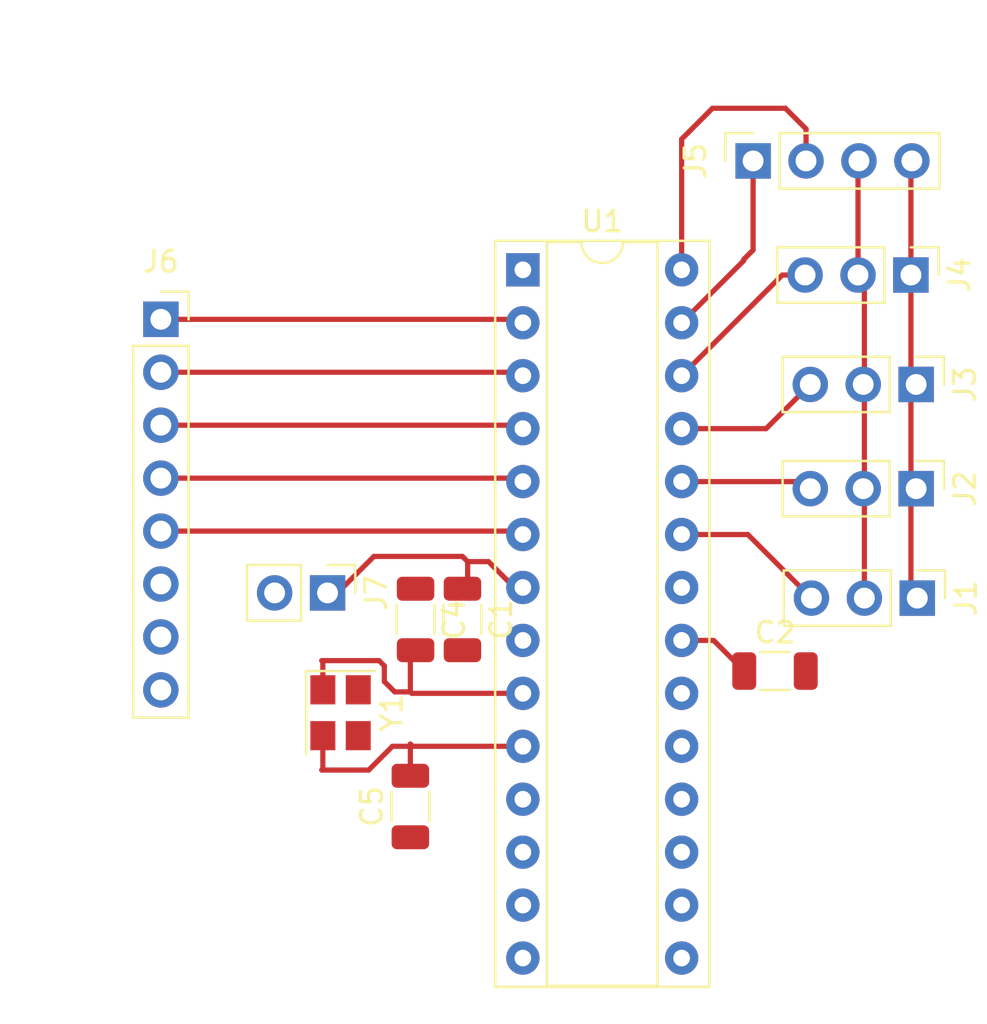
<source format=kicad_pcb>
(kicad_pcb (version 20211014) (generator pcbnew)
  (layers (0 "F.Cu" signal) (31 "B.Cu" signal) (34 "B.Paste" user) (35 "F.Paste" user) (36 "B.SilkS" user "B.Silkscreen") (37 "F.SilkS" user "F.Silkscreen") (38 "B.Mask" user) (39 "F.Mask" user) (44 "Edge.Cuts" user))
  (net 0 "")
  (net 1 "VCC")
  (net 2 "GND")
  (net 3 "Net-(C2-Pad1)")
  (net 4 "Net-(C4-Pad2)")
  (net 5 "Net-(C5-Pad2)")
  (net 6 "Net-(J1-Pad3)")
  (net 7 "Net-(J2-Pad3)")
  (net 8 "Net-(J3-Pad3)")
  (net 9 "Net-(J4-Pad3)")
  (net 10 "Net-(J5-Pad1)")
  (net 11 "Net-(J5-Pad2)")
  (net 12 "Net-(J6-Pad1)")
  (net 13 "Net-(J6-Pad2)")
  (net 14 "Net-(J6-Pad3)")
  (net 15 "Net-(J6-Pad4)")
  (net 16 "Net-(J6-Pad5)")
  (net 17 "Net-(J6-Pad6)")
  (net 18 "Net-(J6-Pad7)")
  (net 19 "Net-(J6-Pad8)")
  (footprint "Connector_PinHeader_2.54mm:PinHeader_1x02_P2.54mm_Vertical" (layer "F.Cu") (at 113.775 95.75 -90)
    (fp_text reference "J7" (at 0 -2.33 90) (layer "F.SilkS"))
    (fp_text value "Conn_01x02_Female")
    (fp_line (start -1.33 1.27) (end -1.33 3.87) (layer "F.SilkS") (width 0.12))
    (fp_line (start -1.33 3.87) (end 1.33 3.87) (layer "F.SilkS") (width 0.12))
    (fp_line (start -1.33 0) (end -1.33 -1.33) (layer "F.SilkS") (width 0.12))
    (fp_line (start -1.33 1.27) (end 1.33 1.27) (layer "F.SilkS") (width 0.12))
    (fp_line (start -1.33 -1.33) (end 0 -1.33) (layer "F.SilkS") (width 0.12))
    (fp_line (start 1.33 1.27) (end 1.33 3.87) (layer "F.SilkS") (width 0.12))
    (pad "1" thru_hole rect (at 0 0 270) (size 1.7 1.7) (drill 1) (layers *.Cu *.Mask) (net 1 "VCC"))
    (pad "2" thru_hole oval (at 0 2.54 270) (size 1.7 1.7) (drill 1) (layers *.Cu *.Mask) (net 2 "GND"))
  )
  (footprint "Connector_PinSocket_2.54mm:PinSocket_1x04_P2.54mm_Vertical" (layer "F.Cu") (at 134.2 75.025 90)
    (fp_text reference "J5" (at 0 -2.77 90) (layer "F.SilkS"))
    (fp_text value "Conn_01x04_Female")
    (fp_line (start 1.33 -1.33) (end 1.33 0) (layer "F.SilkS") (width 0.12))
    (fp_line (start -1.33 8.95) (end 1.33 8.95) (layer "F.SilkS") (width 0.12))
    (fp_line (start -1.33 1.27) (end 1.33 1.27) (layer "F.SilkS") (width 0.12))
    (fp_line (start -1.33 1.27) (end -1.33 8.95) (layer "F.SilkS") (width 0.12))
    (fp_line (start 1.33 1.27) (end 1.33 8.95) (layer "F.SilkS") (width 0.12))
    (fp_line (start 0 -1.33) (end 1.33 -1.33) (layer "F.SilkS") (width 0.12))
    (pad "1" thru_hole rect (at 0 0 90) (size 1.7 1.7) (drill 1) (layers *.Cu *.Mask) (net 10 "Net-(J5-Pad1)"))
    (pad "2" thru_hole oval (at 0 2.54 90) (size 1.7 1.7) (drill 1) (layers *.Cu *.Mask) (net 11 "Net-(J5-Pad2)"))
    (pad "3" thru_hole oval (at 0 5.08 90) (size 1.7 1.7) (drill 1) (layers *.Cu *.Mask) (net 1 "VCC"))
    (pad "4" thru_hole oval (at 0 7.62 90) (size 1.7 1.7) (drill 1) (layers *.Cu *.Mask) (net 2 "GND"))
  )
  (footprint "Crystal:Crystal_SMD_3225-4Pin_3.2x2.5mm" (layer "F.Cu") (at 114.4 101.5 -90)
    (fp_text reference "Y1" (at 0 -2.45 90) (layer "F.SilkS"))
    (fp_text value "16MHz")
    (fp_line (start -2 -1.65) (end -2 1.65) (layer "F.SilkS") (width 0.12))
    (fp_line (start -2 1.65) (end 2 1.65) (layer "F.SilkS") (width 0.12))
    (pad "1" smd rect (at -1.1 0.85 270) (size 1.4 1.2) (layers "F.Cu" "F.Paste" "F.Mask") (net 4 "Net-(C4-Pad2)"))
    (pad "2" smd rect (at 1.1 0.85 270) (size 1.4 1.2) (layers "F.Cu" "F.Paste" "F.Mask") (net 5 "Net-(C5-Pad2)"))
    (pad "3" smd rect (at 1.1 -0.85 270) (size 1.4 1.2) (layers "F.Cu" "F.Paste" "F.Mask"))
    (pad "4" smd rect (at -1.1 -0.85 270) (size 1.4 1.2) (layers "F.Cu" "F.Paste" "F.Mask"))
  )
  (footprint "Connector_PinHeader_2.54mm:PinHeader_1x03_P2.54mm_Vertical" (layer "F.Cu") (at 142.08 96 -90)
    (fp_text reference "J1" (at 0 -2.33 90) (layer "F.SilkS"))
    (fp_text value "Conn_01x03_Male")
    (fp_line (start -1.33 -1.33) (end 0 -1.33) (layer "F.SilkS") (width 0.12))
    (fp_line (start 1.33 1.27) (end 1.33 6.41) (layer "F.SilkS") (width 0.12))
    (fp_line (start -1.33 6.41) (end 1.33 6.41) (layer "F.SilkS") (width 0.12))
    (fp_line (start -1.33 1.27) (end 1.33 1.27) (layer "F.SilkS") (width 0.12))
    (fp_line (start -1.33 1.27) (end -1.33 6.41) (layer "F.SilkS") (width 0.12))
    (fp_line (start -1.33 0) (end -1.33 -1.33) (layer "F.SilkS") (width 0.12))
    (pad "1" thru_hole rect (at 0 0 270) (size 1.7 1.7) (drill 1) (layers *.Cu *.Mask) (net 2 "GND"))
    (pad "2" thru_hole oval (at 0 2.54 270) (size 1.7 1.7) (drill 1) (layers *.Cu *.Mask) (net 1 "VCC"))
    (pad "3" thru_hole oval (at 0 5.08 270) (size 1.7 1.7) (drill 1) (layers *.Cu *.Mask) (net 6 "Net-(J1-Pad3)"))
  )
  (footprint "Package_DIP:DIP-28_W7.62mm_Socket" (layer "F.Cu") (at 123.15 80.25)
    (fp_text reference "U1" (at 3.81 -2.33) (layer "F.SilkS"))
    (fp_text value "ATmega328-P")
    (fp_line (start 1.16 34.35) (end 6.46 34.35) (layer "F.SilkS") (width 0.12))
    (fp_line (start 6.46 -1.33) (end 4.81 -1.33) (layer "F.SilkS") (width 0.12))
    (fp_line (start -1.33 34.41) (end 8.95 34.41) (layer "F.SilkS") (width 0.12))
    (fp_line (start 8.95 34.41) (end 8.95 -1.39) (layer "F.SilkS") (width 0.12))
    (fp_line (start 2.81 -1.33) (end 1.16 -1.33) (layer "F.SilkS") (width 0.12))
    (fp_line (start -1.33 -1.39) (end -1.33 34.41) (layer "F.SilkS") (width 0.12))
    (fp_line (start 1.16 -1.33) (end 1.16 34.35) (layer "F.SilkS") (width 0.12))
    (fp_line (start 8.95 -1.39) (end -1.33 -1.39) (layer "F.SilkS") (width 0.12))
    (fp_line (start 6.46 34.35) (end 6.46 -1.33) (layer "F.SilkS") (width 0.12))
    (fp_arc (start 4.81 -1.33) (mid 3.81 -0.33) (end 2.81 -1.33) (layer "F.SilkS") (width 0.12))
    (pad "1" thru_hole rect (at 0 0) (size 1.6 1.6) (drill 0.8) (layers *.Cu *.Mask))
    (pad "2" thru_hole oval (at 0 2.54) (size 1.6 1.6) (drill 0.8) (layers *.Cu *.Mask) (net 12 "Net-(J6-Pad1)"))
    (pad "3" thru_hole oval (at 0 5.08) (size 1.6 1.6) (drill 0.8) (layers *.Cu *.Mask) (net 13 "Net-(J6-Pad2)"))
    (pad "4" thru_hole oval (at 0 7.62) (size 1.6 1.6) (drill 0.8) (layers *.Cu *.Mask) (net 14 "Net-(J6-Pad3)"))
    (pad "5" thru_hole oval (at 0 10.16) (size 1.6 1.6) (drill 0.8) (layers *.Cu *.Mask) (net 15 "Net-(J6-Pad4)"))
    (pad "6" thru_hole oval (at 0 12.7) (size 1.6 1.6) (drill 0.8) (layers *.Cu *.Mask) (net 16 "Net-(J6-Pad5)"))
    (pad "7" thru_hole oval (at 0 15.24) (size 1.6 1.6) (drill 0.8) (layers *.Cu *.Mask) (net 1 "VCC"))
    (pad "8" thru_hole oval (at 0 17.78) (size 1.6 1.6) (drill 0.8) (layers *.Cu *.Mask) (net 2 "GND"))
    (pad "9" thru_hole oval (at 0 20.32) (size 1.6 1.6) (drill 0.8) (layers *.Cu *.Mask) (net 4 "Net-(C4-Pad2)"))
    (pad "10" thru_hole oval (at 0 22.86) (size 1.6 1.6) (drill 0.8) (layers *.Cu *.Mask) (net 5 "Net-(C5-Pad2)"))
    (pad "11" thru_hole oval (at 0 25.4) (size 1.6 1.6) (drill 0.8) (layers *.Cu *.Mask) (net 17 "Net-(J6-Pad6)"))
    (pad "12" thru_hole oval (at 0 27.94) (size 1.6 1.6) (drill 0.8) (layers *.Cu *.Mask) (net 18 "Net-(J6-Pad7)"))
    (pad "13" thru_hole oval (at 0 30.48) (size 1.6 1.6) (drill 0.8) (layers *.Cu *.Mask) (net 19 "Net-(J6-Pad8)"))
    (pad "14" thru_hole oval (at 0 33.02) (size 1.6 1.6) (drill 0.8) (layers *.Cu *.Mask))
    (pad "15" thru_hole oval (at 7.62 33.02) (size 1.6 1.6) (drill 0.8) (layers *.Cu *.Mask))
    (pad "16" thru_hole oval (at 7.62 30.48) (size 1.6 1.6) (drill 0.8) (layers *.Cu *.Mask))
    (pad "17" thru_hole oval (at 7.62 27.94) (size 1.6 1.6) (drill 0.8) (layers *.Cu *.Mask))
    (pad "18" thru_hole oval (at 7.62 25.4) (size 1.6 1.6) (drill 0.8) (layers *.Cu *.Mask))
    (pad "19" thru_hole oval (at 7.62 22.86) (size 1.6 1.6) (drill 0.8) (layers *.Cu *.Mask))
    (pad "20" thru_hole oval (at 7.62 20.32) (size 1.6 1.6) (drill 0.8) (layers *.Cu *.Mask) (net 1 "VCC"))
    (pad "21" thru_hole oval (at 7.62 17.78) (size 1.6 1.6) (drill 0.8) (layers *.Cu *.Mask) (net 3 "Net-(C2-Pad1)"))
    (pad "22" thru_hole oval (at 7.62 15.24) (size 1.6 1.6) (drill 0.8) (layers *.Cu *.Mask) (net 2 "GND"))
    (pad "23" thru_hole oval (at 7.62 12.7) (size 1.6 1.6) (drill 0.8) (layers *.Cu *.Mask) (net 6 "Net-(J1-Pad3)"))
    (pad "24" thru_hole oval (at 7.62 10.16) (size 1.6 1.6) (drill 0.8) (layers *.Cu *.Mask) (net 7 "Net-(J2-Pad3)"))
    (pad "25" thru_hole oval (at 7.62 7.62) (size 1.6 1.6) (drill 0.8) (layers *.Cu *.Mask) (net 8 "Net-(J3-Pad3)"))
    (pad "26" thru_hole oval (at 7.62 5.08) (size 1.6 1.6) (drill 0.8) (layers *.Cu *.Mask) (net 9 "Net-(J4-Pad3)"))
    (pad "27" thru_hole oval (at 7.62 2.54) (size 1.6 1.6) (drill 0.8) (layers *.Cu *.Mask) (net 10 "Net-(J5-Pad1)"))
    (pad "28" thru_hole oval (at 7.62 0) (size 1.6 1.6) (drill 0.8) (layers *.Cu *.Mask) (net 11 "Net-(J5-Pad2)"))
  )
  (footprint "Capacitor_SMD:C_1206_3216Metric" (layer "F.Cu") (at 135.25 99.5)
    (fp_text reference "C2" (at 0 -1.85) (layer "F.SilkS"))
    (fp_text value "0.1uF")
    (fp_line (start -0.711252 -0.91) (end 0.711252 -0.91) (layer "F.SilkS") (width 0.12))
    (fp_line (start -0.711252 0.91) (end 0.711252 0.91) (layer "F.SilkS") (width 0.12))
    (pad "1" smd roundrect (at -1.475 0) (size 1.15 1.8) (layers "F.Cu" "F.Paste" "F.Mask") (roundrect_rratio 0.217391) (net 3 "Net-(C2-Pad1)"))
    (pad "2" smd roundrect (at 1.475 0) (size 1.15 1.8) (layers "F.Cu" "F.Paste" "F.Mask") (roundrect_rratio 0.217391) (net 2 "GND"))
  )
  (footprint "Capacitor_SMD:C_1206_3216Metric" (layer "F.Cu") (at 118 97.025 -90)
    (fp_text reference "C4" (at 0 -1.85 90) (layer "F.SilkS"))
    (fp_text value "22pF")
    (fp_line (start -0.711252 -0.91) (end 0.711252 -0.91) (layer "F.SilkS") (width 0.12))
    (fp_line (start -0.711252 0.91) (end 0.711252 0.91) (layer "F.SilkS") (width 0.12))
    (pad "1" smd roundrect (at -1.475 0 270) (size 1.15 1.8) (layers "F.Cu" "F.Paste" "F.Mask") (roundrect_rratio 0.217391) (net 2 "GND"))
    (pad "2" smd roundrect (at 1.475 0 270) (size 1.15 1.8) (layers "F.Cu" "F.Paste" "F.Mask") (roundrect_rratio 0.217391) (net 4 "Net-(C4-Pad2)"))
  )
  (footprint "Connector_PinHeader_2.54mm:PinHeader_1x03_P2.54mm_Vertical" (layer "F.Cu") (at 141.775 80.5 -90)
    (fp_text reference "J4" (at 0 -2.33 90) (layer "F.SilkS"))
    (fp_text value "Conn_01x03_Male")
    (fp_line (start -1.33 1.27) (end 1.33 1.27) (layer "F.SilkS") (width 0.12))
    (fp_line (start -1.33 6.41) (end 1.33 6.41) (layer "F.SilkS") (width 0.12))
    (fp_line (start -1.33 1.27) (end -1.33 6.41) (layer "F.SilkS") (width 0.12))
    (fp_line (start -1.33 -1.33) (end 0 -1.33) (layer "F.SilkS") (width 0.12))
    (fp_line (start 1.33 1.27) (end 1.33 6.41) (layer "F.SilkS") (width 0.12))
    (fp_line (start -1.33 0) (end -1.33 -1.33) (layer "F.SilkS") (width 0.12))
    (pad "1" thru_hole rect (at 0 0 270) (size 1.7 1.7) (drill 1) (layers *.Cu *.Mask) (net 2 "GND"))
    (pad "2" thru_hole oval (at 0 2.54 270) (size 1.7 1.7) (drill 1) (layers *.Cu *.Mask) (net 1 "VCC"))
    (pad "3" thru_hole oval (at 0 5.08 270) (size 1.7 1.7) (drill 1) (layers *.Cu *.Mask) (net 9 "Net-(J4-Pad3)"))
  )
  (footprint "Connector_PinSocket_2.54mm:PinSocket_1x08_P2.54mm_Vertical" (layer "F.Cu") (at 105.775 82.625)
    (fp_text reference "J6" (at 0 -2.77) (layer "F.SilkS"))
    (fp_text value "Conn_01x08_Female")
    (fp_line (start 1.33 -1.33) (end 1.33 0) (layer "F.SilkS") (width 0.12))
    (fp_line (start -1.33 1.27) (end 1.33 1.27) (layer "F.SilkS") (width 0.12))
    (fp_line (start 0 -1.33) (end 1.33 -1.33) (layer "F.SilkS") (width 0.12))
    (fp_line (start 1.33 1.27) (end 1.33 19.11) (layer "F.SilkS") (width 0.12))
    (fp_line (start -1.33 1.27) (end -1.33 19.11) (layer "F.SilkS") (width 0.12))
    (fp_line (start -1.33 19.11) (end 1.33 19.11) (layer "F.SilkS") (width 0.12))
    (pad "1" thru_hole rect (at 0 0) (size 1.7 1.7) (drill 1) (layers *.Cu *.Mask) (net 12 "Net-(J6-Pad1)"))
    (pad "2" thru_hole oval (at 0 2.54) (size 1.7 1.7) (drill 1) (layers *.Cu *.Mask) (net 13 "Net-(J6-Pad2)"))
    (pad "3" thru_hole oval (at 0 5.08) (size 1.7 1.7) (drill 1) (layers *.Cu *.Mask) (net 14 "Net-(J6-Pad3)"))
    (pad "4" thru_hole oval (at 0 7.62) (size 1.7 1.7) (drill 1) (layers *.Cu *.Mask) (net 15 "Net-(J6-Pad4)"))
    (pad "5" thru_hole oval (at 0 10.16) (size 1.7 1.7) (drill 1) (layers *.Cu *.Mask) (net 16 "Net-(J6-Pad5)"))
    (pad "6" thru_hole oval (at 0 12.7) (size 1.7 1.7) (drill 1) (layers *.Cu *.Mask) (net 17 "Net-(J6-Pad6)"))
    (pad "7" thru_hole oval (at 0 15.24) (size 1.7 1.7) (drill 1) (layers *.Cu *.Mask) (net 18 "Net-(J6-Pad7)"))
    (pad "8" thru_hole oval (at 0 17.78) (size 1.7 1.7) (drill 1) (layers *.Cu *.Mask) (net 19 "Net-(J6-Pad8)"))
  )
  (footprint "Capacitor_SMD:C_1206_3216Metric" (layer "F.Cu") (at 117.75 106 90)
    (fp_text reference "C5" (at 0 -1.85 90) (layer "F.SilkS"))
    (fp_text value "22pF")
    (fp_line (start -0.711252 0.91) (end 0.711252 0.91) (layer "F.SilkS") (width 0.12))
    (fp_line (start -0.711252 -0.91) (end 0.711252 -0.91) (layer "F.SilkS") (width 0.12))
    (pad "1" smd roundrect (at -1.475 0 90) (size 1.15 1.8) (layers "F.Cu" "F.Paste" "F.Mask") (roundrect_rratio 0.217391) (net 2 "GND"))
    (pad "2" smd roundrect (at 1.475 0 90) (size 1.15 1.8) (layers "F.Cu" "F.Paste" "F.Mask") (roundrect_rratio 0.217391) (net 5 "Net-(C5-Pad2)"))
  )
  (footprint "Capacitor_SMD:C_1206_3216Metric" (layer "F.Cu") (at 120.25 97.025 -90)
    (fp_text reference "C1" (at 0 -1.85 90) (layer "F.SilkS"))
    (fp_text value "0.1uF")
    (fp_line (start -0.711252 -0.91) (end 0.711252 -0.91) (layer "F.SilkS") (width 0.12))
    (fp_line (start -0.711252 0.91) (end 0.711252 0.91) (layer "F.SilkS") (width 0.12))
    (pad "1" smd roundrect (at -1.475 0 270) (size 1.15 1.8) (layers "F.Cu" "F.Paste" "F.Mask") (roundrect_rratio 0.217391) (net 1 "VCC"))
    (pad "2" smd roundrect (at 1.475 0 270) (size 1.15 1.8) (layers "F.Cu" "F.Paste" "F.Mask") (roundrect_rratio 0.217391) (net 2 "GND"))
  )
  (footprint "Connector_PinHeader_2.54mm:PinHeader_1x03_P2.54mm_Vertical" (layer "F.Cu") (at 142.025 85.75 -90)
    (fp_text reference "J3" (at 0 -2.33 90) (layer "F.SilkS"))
    (fp_text value "Conn_01x03_Male")
    (fp_line (start -1.33 -1.33) (end 0 -1.33) (layer "F.SilkS") (width 0.12))
    (fp_line (start 1.33 1.27) (end 1.33 6.41) (layer "F.SilkS") (width 0.12))
    (fp_line (start -1.33 1.27) (end 1.33 1.27) (layer "F.SilkS") (width 0.12))
    (fp_line (start -1.33 1.27) (end -1.33 6.41) (layer "F.SilkS") (width 0.12))
    (fp_line (start -1.33 6.41) (end 1.33 6.41) (layer "F.SilkS") (width 0.12))
    (fp_line (start -1.33 0) (end -1.33 -1.33) (layer "F.SilkS") (width 0.12))
    (pad "1" thru_hole rect (at 0 0 270) (size 1.7 1.7) (drill 1) (layers *.Cu *.Mask) (net 2 "GND"))
    (pad "2" thru_hole oval (at 0 2.54 270) (size 1.7 1.7) (drill 1) (layers *.Cu *.Mask) (net 1 "VCC"))
    (pad "3" thru_hole oval (at 0 5.08 270) (size 1.7 1.7) (drill 1) (layers *.Cu *.Mask) (net 8 "Net-(J3-Pad3)"))
  )
  (footprint "Connector_PinHeader_2.54mm:PinHeader_1x03_P2.54mm_Vertical" (layer "F.Cu") (at 142.025 90.75 -90)
    (fp_text reference "J2" (at 0 -2.33 90) (layer "F.SilkS"))
    (fp_text value "Conn_01x03_Male")
    (fp_line (start -1.33 -1.33) (end 0 -1.33) (layer "F.SilkS") (width 0.12))
    (fp_line (start 1.33 1.27) (end 1.33 6.41) (layer "F.SilkS") (width 0.12))
    (fp_line (start -1.33 6.41) (end 1.33 6.41) (layer "F.SilkS") (width 0.12))
    (fp_line (start -1.33 0) (end -1.33 -1.33) (layer "F.SilkS") (width 0.12))
    (fp_line (start -1.33 1.27) (end 1.33 1.27) (layer "F.SilkS") (width 0.12))
    (fp_line (start -1.33 1.27) (end -1.33 6.41) (layer "F.SilkS") (width 0.12))
    (pad "1" thru_hole rect (at 0 0 270) (size 1.7 1.7) (drill 1) (layers *.Cu *.Mask) (net 2 "GND"))
    (pad "2" thru_hole oval (at 0 2.54 270) (size 1.7 1.7) (drill 1) (layers *.Cu *.Mask) (net 1 "VCC"))
    (pad "3" thru_hole oval (at 0 5.08 270) (size 1.7 1.7) (drill 1) (layers *.Cu *.Mask) (net 7 "Net-(J2-Pad3)"))
  )
  (segment (start 139.54 96) (end 139.54 80.805) (width 0.25) (layer "F.Cu") (net 1))
  (segment (start 139.235 80.5) (end 139.235 75.07) (width 0.25) (layer "F.Cu") (net 1))
  (segment (start 139.54 80.805) (end 139.235 80.5) (width 0.25) (layer "F.Cu") (net 1))
  (segment (start 122.74 95.49) (end 123.15 95.49) (width 0.25) (layer "F.Cu") (net 1))
  (segment (start 120.5 94.25) (end 121.5 94.25) (width 0.25) (layer "F.Cu") (net 1))
  (segment (start 113.775 95.75) (end 114.25 95.75) (width 0.25) (layer "F.Cu") (net 1))
  (segment (start 116 94) (end 120.25 94) (width 0.25) (layer "F.Cu") (net 1))
  (segment (start 120.5 95.3) (end 120.25 95.55) (width 0.25) (layer "F.Cu") (net 1))
  (segment (start 120.25 94) (end 120.5 94.25) (width 0.25) (layer "F.Cu") (net 1))
  (segment (start 114.25 95.75) (end 116 94) (width 0.25) (layer "F.Cu") (net 1))
  (segment (start 120.5 94.25) (end 120.5 95.3) (width 0.25) (layer "F.Cu") (net 1))
  (segment (start 139.235 75.07) (end 139.28 75.025) (width 0.25) (layer "F.Cu") (net 1))
  (segment (start 121.5 94.25) (end 122.74 95.49) (width 0.25) (layer "F.Cu") (net 1))
  (segment (start 141.775 80.5) (end 141.775 75.07) (width 0.25) (layer "F.Cu") (net 2))
  (segment (start 141.775 80.5) (end 141.775 95.695) (width 0.25) (layer "F.Cu") (net 2))
  (segment (start 141.775 75.07) (end 141.82 75.025) (width 0.25) (layer "F.Cu") (net 2))
  (segment (start 141.775 95.695) (end 142.08 96) (width 0.25) (layer "F.Cu") (net 2))
  (segment (start 130.77 98.03) (end 132.305 98.03) (width 0.25) (layer "F.Cu") (net 3))
  (segment (start 132.305 98.03) (end 133.775 99.5) (width 0.25) (layer "F.Cu") (net 3))
  (segment (start 117.75 100.5) (end 117 100.5) (width 0.25) (layer "F.Cu") (net 4))
  (segment (start 113.55 99.05) (end 113.55 100.4) (width 0.25) (layer "F.Cu") (net 4))
  (segment (start 113.5 99) (end 113.55 99.05) (width 0.25) (layer "F.Cu") (net 4))
  (segment (start 116.25 99) (end 113.5 99) (width 0.25) (layer "F.Cu") (net 4))
  (segment (start 117.82 100.57) (end 117.75 100.5) (width 0.25) (layer "F.Cu") (net 4))
  (segment (start 116.5 99.25) (end 116.25 99) (width 0.25) (layer "F.Cu") (net 4))
  (segment (start 117.75 98.75) (end 118 98.5) (width 0.25) (layer "F.Cu") (net 4))
  (segment (start 117.75 100.5) (end 117.75 98.75) (width 0.25) (layer "F.Cu") (net 4))
  (segment (start 116.5 100) (end 116.5 99.25) (width 0.25) (layer "F.Cu") (net 4))
  (segment (start 123.15 100.57) (end 117.82 100.57) (width 0.25) (layer "F.Cu") (net 4))
  (segment (start 117 100.5) (end 116.5 100) (width 0.25) (layer "F.Cu") (net 4))
  (segment (start 117.86 103.11) (end 117.75 103) (width 0.25) (layer "F.Cu") (net 5))
  (segment (start 115.75 104.25) (end 113.5 104.25) (width 0.25) (layer "F.Cu") (net 5))
  (segment (start 117.86 103.11) (end 116.89 103.11) (width 0.25) (layer "F.Cu") (net 5))
  (segment (start 113.55 104.2) (end 113.55 102.6) (width 0.25) (layer "F.Cu") (net 5))
  (segment (start 116.89 103.11) (end 115.75 104.25) (width 0.25) (layer "F.Cu") (net 5))
  (segment (start 113.5 104.25) (end 113.55 104.2) (width 0.25) (layer "F.Cu") (net 5))
  (segment (start 123.15 103.11) (end 117.86 103.11) (width 0.25) (layer "F.Cu") (net 5))
  (segment (start 117.75 103) (end 117.75 104.525) (width 0.25) (layer "F.Cu") (net 5))
  (segment (start 133.95 92.95) (end 137 96) (width 0.25) (layer "F.Cu") (net 6))
  (segment (start 130.77 92.95) (end 133.95 92.95) (width 0.25) (layer "F.Cu") (net 6))
  (segment (start 130.77 90.41) (end 136.605 90.41) (width 0.25) (layer "F.Cu") (net 7))
  (segment (start 136.605 90.41) (end 136.945 90.75) (width 0.25) (layer "F.Cu") (net 7))
  (segment (start 130.77 87.87) (end 134.825 87.87) (width 0.25) (layer "F.Cu") (net 8))
  (segment (start 134.825 87.87) (end 136.945 85.75) (width 0.25) (layer "F.Cu") (net 8))
  (segment (start 135.6 80.5) (end 136.695 80.5) (width 0.25) (layer "F.Cu") (net 9))
  (segment (start 130.77 85.33) (end 135.6 80.5) (width 0.25) (layer "F.Cu") (net 9))
  (segment (start 134.2 79.3) (end 134.2 75.025) (width 0.25) (layer "F.Cu") (net 10))
  (segment (start 130.77 82.79) (end 133.75 79.81) (width 0.25) (layer "F.Cu") (net 10))
  (segment (start 133.75 79.81) (end 133.75 79.75) (width 0.25) (layer "F.Cu") (net 10))
  (segment (start 133.75 79.75) (end 134.2 79.3) (width 0.25) (layer "F.Cu") (net 10))
  (segment (start 130.77 73.98) (end 132.25 72.5) (width 0.25) (layer "F.Cu") (net 11))
  (segment (start 132.25 72.5) (end 135.75 72.5) (width 0.25) (layer "F.Cu") (net 11))
  (segment (start 135.75 72.5) (end 136.74 73.49) (width 0.25) (layer "F.Cu") (net 11))
  (segment (start 130.77 80.25) (end 130.77 73.98) (width 0.25) (layer "F.Cu") (net 11))
  (segment (start 136.74 73.49) (end 136.74 75.025) (width 0.25) (layer "F.Cu") (net 11))
  (segment (start 123.15 82.79) (end 122.985 82.625) (width 0.25) (layer "F.Cu") (net 12))
  (segment (start 122.985 82.625) (end 105.775 82.625) (width 0.25) (layer "F.Cu") (net 12))
  (segment (start 123.15 85.33) (end 122.985 85.165) (width 0.25) (layer "F.Cu") (net 13))
  (segment (start 122.985 85.165) (end 105.775 85.165) (width 0.25) (layer "F.Cu") (net 13))
  (segment (start 123.15 87.87) (end 122.985 87.705) (width 0.25) (layer "F.Cu") (net 14))
  (segment (start 122.985 87.705) (end 105.775 87.705) (width 0.25) (layer "F.Cu") (net 14))
  (segment (start 123.15 90.41) (end 122.985 90.245) (width 0.25) (layer "F.Cu") (net 15))
  (segment (start 122.985 90.245) (end 105.775 90.245) (width 0.25) (layer "F.Cu") (net 15))
  (segment (start 122.985 92.785) (end 105.775 92.785) (width 0.25) (layer "F.Cu") (net 16))
  (segment (start 123.15 92.95) (end 122.985 92.785) (width 0.25) (layer "F.Cu") (net 16))
)
</source>
